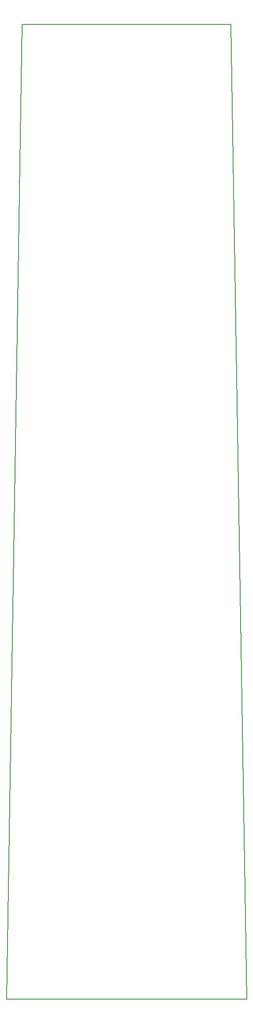
<source format=gbr>
%TF.GenerationSoftware,KiCad,Pcbnew,7.0.2*%
%TF.CreationDate,2025-02-12T15:24:12+00:00*%
%TF.ProjectId,fretboard,66726574-626f-4617-9264-2e6b69636164,rev?*%
%TF.SameCoordinates,Original*%
%TF.FileFunction,Profile,NP*%
%FSLAX46Y46*%
G04 Gerber Fmt 4.6, Leading zero omitted, Abs format (unit mm)*
G04 Created by KiCad (PCBNEW 7.0.2) date 2025-02-12 15:24:12*
%MOMM*%
%LPD*%
G01*
G04 APERTURE LIST*
%TA.AperFunction,Profile*%
%ADD10C,0.150000*%
%TD*%
G04 APERTURE END LIST*
D10*
X43000000Y-186000000D02*
X-3000000Y-186000000D01*
X0Y0D01*
X40000000Y0D01*
X43000000Y-186000000D01*
M02*

</source>
